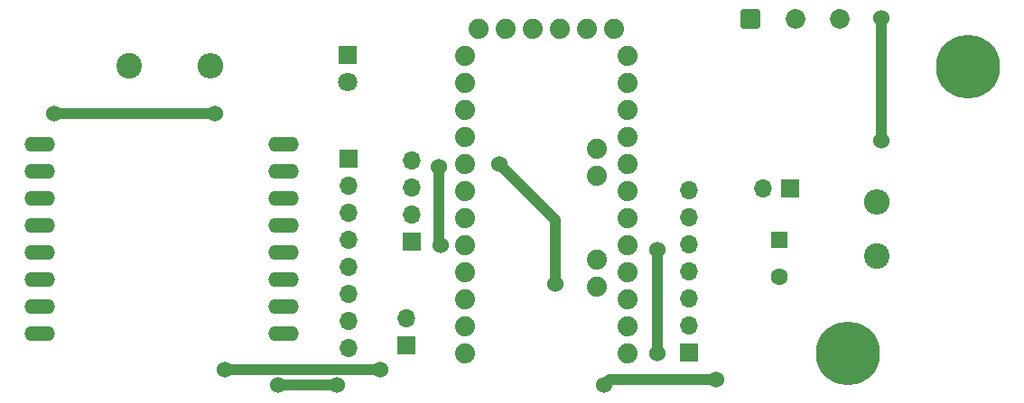
<source format=gbr>
%TF.GenerationSoftware,KiCad,Pcbnew,6.0.4-6f826c9f35~116~ubuntu20.04.1*%
%TF.CreationDate,2022-03-28T20:59:07+02:00*%
%TF.ProjectId,placaCANSAT_V2,706c6163-6143-4414-9e53-41545f56322e,rev?*%
%TF.SameCoordinates,Original*%
%TF.FileFunction,Copper,L1,Top*%
%TF.FilePolarity,Positive*%
%FSLAX46Y46*%
G04 Gerber Fmt 4.6, Leading zero omitted, Abs format (unit mm)*
G04 Created by KiCad (PCBNEW 6.0.4-6f826c9f35~116~ubuntu20.04.1) date 2022-03-28 20:59:07*
%MOMM*%
%LPD*%
G01*
G04 APERTURE LIST*
G04 Aperture macros list*
%AMRoundRect*
0 Rectangle with rounded corners*
0 $1 Rounding radius*
0 $2 $3 $4 $5 $6 $7 $8 $9 X,Y pos of 4 corners*
0 Add a 4 corners polygon primitive as box body*
4,1,4,$2,$3,$4,$5,$6,$7,$8,$9,$2,$3,0*
0 Add four circle primitives for the rounded corners*
1,1,$1+$1,$2,$3*
1,1,$1+$1,$4,$5*
1,1,$1+$1,$6,$7*
1,1,$1+$1,$8,$9*
0 Add four rect primitives between the rounded corners*
20,1,$1+$1,$2,$3,$4,$5,0*
20,1,$1+$1,$4,$5,$6,$7,0*
20,1,$1+$1,$6,$7,$8,$9,0*
20,1,$1+$1,$8,$9,$2,$3,0*%
G04 Aperture macros list end*
%TA.AperFunction,ComponentPad*%
%ADD10R,1.800000X1.800000*%
%TD*%
%TA.AperFunction,ComponentPad*%
%ADD11C,1.800000*%
%TD*%
%TA.AperFunction,ComponentPad*%
%ADD12R,1.700000X1.700000*%
%TD*%
%TA.AperFunction,ComponentPad*%
%ADD13O,1.700000X1.700000*%
%TD*%
%TA.AperFunction,ComponentPad*%
%ADD14O,2.844800X1.422400*%
%TD*%
%TA.AperFunction,ComponentPad*%
%ADD15C,2.400000*%
%TD*%
%TA.AperFunction,ComponentPad*%
%ADD16O,2.400000X2.400000*%
%TD*%
%TA.AperFunction,ComponentPad*%
%ADD17R,1.600000X1.600000*%
%TD*%
%TA.AperFunction,ComponentPad*%
%ADD18C,1.600000*%
%TD*%
%TA.AperFunction,ComponentPad*%
%ADD19C,1.879600*%
%TD*%
%TA.AperFunction,ComponentPad*%
%ADD20RoundRect,0.250000X-0.675000X-0.675000X0.675000X-0.675000X0.675000X0.675000X-0.675000X0.675000X0*%
%TD*%
%TA.AperFunction,ComponentPad*%
%ADD21C,1.850000*%
%TD*%
%TA.AperFunction,ViaPad*%
%ADD22C,6.000000*%
%TD*%
%TA.AperFunction,ViaPad*%
%ADD23C,1.524000*%
%TD*%
%TA.AperFunction,Conductor*%
%ADD24C,1.000000*%
%TD*%
G04 APERTURE END LIST*
D10*
%TO.P,D1,1,K*%
%TO.N,Net-(D1-Pad1)*%
X126500000Y-70500000D03*
D11*
%TO.P,D1,2,A*%
%TO.N,/LED*%
X126500000Y-73040000D03*
%TD*%
D12*
%TO.P,JP1,1,A*%
%TO.N,Net-(C1-Pad1)*%
X168000000Y-83000000D03*
D13*
%TO.P,JP1,2,B*%
%TO.N,3.3V*%
X165460000Y-83000000D03*
%TD*%
D14*
%TO.P,U2,P$1,5V*%
%TO.N,5V*%
X120460175Y-96680979D03*
%TO.P,U2,P$2,GND*%
%TO.N,GND*%
X120460175Y-94140979D03*
%TO.P,U2,P$3,IO12*%
%TO.N,unconnected-(U2-PadP$3)*%
X120460175Y-91600979D03*
%TO.P,U2,P$4,IO13*%
%TO.N,unconnected-(U2-PadP$4)*%
X120460175Y-89060979D03*
%TO.P,U2,P$5,IO15*%
%TO.N,unconnected-(U2-PadP$5)*%
X120460175Y-86520979D03*
%TO.P,U2,P$6,IO14*%
%TO.N,unconnected-(U2-PadP$6)*%
X120460175Y-83980979D03*
%TO.P,U2,P$7,IO2*%
%TO.N,unconnected-(U2-PadP$7)*%
X120460175Y-81440979D03*
%TO.P,U2,P$8,IO4*%
%TO.N,unconnected-(U2-PadP$8)*%
X120460175Y-78900979D03*
%TO.P,U2,P$9,.GND*%
%TO.N,unconnected-(U2-PadP$9)*%
X97600175Y-78900979D03*
%TO.P,U2,P$10,IO1/U0T*%
%TO.N,unconnected-(U2-PadP$10)*%
X97600175Y-81440979D03*
%TO.P,U2,P$11,IO3/U0R*%
%TO.N,/CAMARA*%
X97600175Y-83980979D03*
%TO.P,U2,P$12,3V3.*%
%TO.N,unconnected-(U2-PadP$12)*%
X97600175Y-86520979D03*
%TO.P,U2,P$13,GND.*%
%TO.N,unconnected-(U2-PadP$13)*%
X97600175Y-89060979D03*
%TO.P,U2,P$14,IO0*%
%TO.N,unconnected-(U2-PadP$14)*%
X97600175Y-91600979D03*
%TO.P,U2,P$15,IO16*%
%TO.N,unconnected-(U2-PadP$15)*%
X97600175Y-94140979D03*
%TO.P,U2,P$16,3V3*%
%TO.N,unconnected-(U2-PadP$16)*%
X97600175Y-96680979D03*
%TD*%
D15*
%TO.P,R1,1*%
%TO.N,Net-(D1-Pad1)*%
X105985000Y-71500000D03*
D16*
%TO.P,R1,2*%
%TO.N,GND*%
X113605000Y-71500000D03*
%TD*%
D12*
%TO.P,J4,1,Pin_1*%
%TO.N,/SDA_ACE*%
X132000000Y-97775000D03*
D13*
%TO.P,J4,2,Pin_2*%
%TO.N,/SCL_ACE*%
X132000000Y-95235000D03*
%TD*%
D17*
%TO.P,C1,1*%
%TO.N,Net-(C1-Pad1)*%
X167000000Y-87847349D03*
D18*
%TO.P,C1,2*%
%TO.N,GND*%
X167000000Y-91347349D03*
%TD*%
D15*
%TO.P,SW1,1,A*%
%TO.N,Net-(C1-Pad1)*%
X176069878Y-89366348D03*
D16*
%TO.P,SW1,2,B*%
%TO.N,3.7V*%
X176069878Y-84286348D03*
%TD*%
D12*
%TO.P,J2,1,Pin_1*%
%TO.N,GND*%
X158500000Y-98442476D03*
D13*
%TO.P,J2,2,Pin_2*%
%TO.N,/MOSI*%
X158500000Y-95902476D03*
%TO.P,J2,3,Pin_3*%
%TO.N,/MISO*%
X158500000Y-93362476D03*
%TO.P,J2,4,Pin_4*%
%TO.N,/SCK*%
X158500000Y-90822476D03*
%TO.P,J2,5,Pin_5*%
%TO.N,NSS*%
X158500000Y-88282476D03*
%TO.P,J2,6,Pin_6*%
%TO.N,DIO0*%
X158500000Y-85742476D03*
%TO.P,J2,7,Pin_7*%
%TO.N,3.3V*%
X158500000Y-83202476D03*
%TD*%
D12*
%TO.P,ACELEROMETRO,1,VCCIN*%
%TO.N,unconnected-(U3-Pad1)*%
X126580833Y-80234890D03*
D13*
%TO.P,ACELEROMETRO,2,3.3V*%
%TO.N,3.3V*%
X126580833Y-82774890D03*
%TO.P,ACELEROMETRO,3,GND*%
%TO.N,GND*%
X126580833Y-85314890D03*
%TO.P,ACELEROMETRO,4,SCL*%
%TO.N,/SCL_ACE*%
X126580833Y-87854890D03*
%TO.P,ACELEROMETRO,5,SDA*%
%TO.N,/SDA_ACE*%
X126580833Y-90394890D03*
%TO.P,ACELEROMETRO,6,FSYNC*%
%TO.N,unconnected-(U3-Pad6)*%
X126580833Y-92934890D03*
%TO.P,ACELEROMETRO,7,INTA*%
%TO.N,unconnected-(U3-Pad7)*%
X126580833Y-95474890D03*
%TO.P,ACELEROMETRO,8,DRDY*%
%TO.N,unconnected-(U3-Pad8)*%
X126580833Y-98014890D03*
%TD*%
D12*
%TO.P,GPS,1,GND*%
%TO.N,GND*%
X132500000Y-88040000D03*
D13*
%TO.P,GPS,2,TX*%
%TO.N,/GPS_TX*%
X132500000Y-85500000D03*
%TO.P,GPS,3,RX*%
%TO.N,/GPS_RX*%
X132500000Y-82960000D03*
%TO.P,GPS,4,VCC*%
%TO.N,3.3V*%
X132500000Y-80420000D03*
%TD*%
D19*
%TO.P,Arduino pro Mini,JP1_1,DTR*%
%TO.N,unconnected-(U1-PadJP1_1)*%
X151504119Y-68014597D03*
%TO.P,Arduino pro Mini,JP1_2,TXO*%
%TO.N,unconnected-(U1-PadJP1_2)*%
X148964119Y-68014597D03*
%TO.P,Arduino pro Mini,JP1_3,RXI*%
%TO.N,unconnected-(U1-PadJP1_3)*%
X146424119Y-68014597D03*
%TO.P,Arduino pro Mini,JP1_4,VCC*%
%TO.N,unconnected-(U1-PadJP1_4)*%
X143884119Y-68014597D03*
%TO.P,Arduino pro Mini,JP1_5,GND*%
%TO.N,GND*%
X141344119Y-68014597D03*
%TO.P,Arduino pro Mini,JP1_6,GND*%
X138804119Y-68014597D03*
%TO.P,Arduino pro Mini,JP2_1,A4*%
%TO.N,unconnected-(U1-PadJP2_1)*%
X149853119Y-81857597D03*
%TO.P,Arduino pro Mini,JP2_2,A5*%
%TO.N,unconnected-(U1-PadJP2_2)*%
X149853119Y-79317597D03*
%TO.P,Arduino pro Mini,JP3_1,A6*%
%TO.N,unconnected-(U1-PadJP3_1)*%
X149853119Y-92271597D03*
%TO.P,Arduino pro Mini,JP3_2,A7*%
%TO.N,unconnected-(U1-PadJP3_2)*%
X149853119Y-89731597D03*
%TO.P,Arduino pro Mini,JP6_1,RAW*%
%TO.N,unconnected-(U1-PadJP6_1)*%
X152774119Y-70554597D03*
%TO.P,Arduino pro Mini,JP6_2,GND_1*%
%TO.N,GND*%
X152774119Y-73094597D03*
%TO.P,Arduino pro Mini,JP6_3,RST_1*%
%TO.N,unconnected-(U1-PadJP6_3)*%
X152774119Y-75634597D03*
%TO.P,Arduino pro Mini,JP6_4,VCC_1*%
%TO.N,3.3V*%
X152774119Y-78174597D03*
%TO.P,Arduino pro Mini,JP6_5,A3*%
%TO.N,unconnected-(U1-PadJP6_5)*%
X152774119Y-80714597D03*
%TO.P,Arduino pro Mini,JP6_6,A2*%
%TO.N,unconnected-(U1-PadJP6_6)*%
X152774119Y-83254597D03*
%TO.P,Arduino pro Mini,JP6_7,A1*%
%TO.N,unconnected-(U1-PadJP6_7)*%
X152774119Y-85794597D03*
%TO.P,Arduino pro Mini,JP6_8,A0*%
%TO.N,unconnected-(U1-PadJP6_8)*%
X152774119Y-88334597D03*
%TO.P,Arduino pro Mini,JP6_9,SCK*%
%TO.N,/SCK*%
X152774119Y-90874597D03*
%TO.P,Arduino pro Mini,JP6_10,MISO*%
%TO.N,/MISO*%
X152774119Y-93414597D03*
%TO.P,Arduino pro Mini,JP6_11,MOSI*%
%TO.N,/MOSI*%
X152774119Y-95954597D03*
%TO.P,Arduino pro Mini,JP6_12,D10*%
%TO.N,NSS*%
X152774119Y-98494597D03*
%TO.P,Arduino pro Mini,JP7_1,D9*%
%TO.N,unconnected-(U1-PadJP7_1)*%
X137534119Y-98494597D03*
%TO.P,Arduino pro Mini,JP7_2,D8*%
%TO.N,unconnected-(U1-PadJP7_2)*%
X137534119Y-95954597D03*
%TO.P,Arduino pro Mini,JP7_3,D7*%
%TO.N,unconnected-(U1-PadJP7_3)*%
X137534119Y-93414597D03*
%TO.P,Arduino pro Mini,JP7_4,D6*%
%TO.N,/CAMARA*%
X137534119Y-90874597D03*
%TO.P,Arduino pro Mini,JP7_5,D5*%
%TO.N,/LED*%
X137534119Y-88334597D03*
%TO.P,Arduino pro Mini,JP7_6,D4*%
%TO.N,/GPS_TX*%
X137534119Y-85794597D03*
%TO.P,Arduino pro Mini,JP7_7,D3*%
%TO.N,/GPS_RX*%
X137534119Y-83254597D03*
%TO.P,Arduino pro Mini,JP7_8,D2*%
%TO.N,DIO0*%
X137534119Y-80714597D03*
%TO.P,Arduino pro Mini,JP7_9,GND_2*%
%TO.N,GND*%
X137534119Y-78174597D03*
%TO.P,Arduino pro Mini,JP7_10,RST_2*%
%TO.N,unconnected-(U1-PadJP7_10)*%
X137534119Y-75634597D03*
%TO.P,Arduino pro Mini,JP7_11,RXI_2*%
%TO.N,unconnected-(U1-PadJP7_11)*%
X137534119Y-73094597D03*
%TO.P,Arduino pro Mini,JP7_12,TXO_2*%
%TO.N,unconnected-(U1-PadJP7_12)*%
X137534119Y-70554597D03*
%TD*%
D20*
%TO.P,Carg1,1,Pin_1*%
%TO.N,GND*%
X164246624Y-67091166D03*
D21*
%TO.P,Carg1,2,Pin_2*%
%TO.N,5V*%
X168446624Y-67091166D03*
%TO.P,Carg1,3,Pin_3*%
%TO.N,Net-(C1-Pad1)*%
X172646624Y-67091166D03*
%TD*%
D22*
%TO.N,*%
X184650000Y-71570000D03*
X173400000Y-98530000D03*
D23*
%TO.N,Net-(C1-Pad1)*%
X176500000Y-67000000D03*
X176500000Y-78500000D03*
%TO.N,/LED*%
X135165403Y-88334597D03*
X135000000Y-81000000D03*
%TO.N,/CAMARA*%
X129500000Y-100000000D03*
X115000000Y-100000000D03*
%TO.N,3.3V*%
X125500000Y-101500000D03*
X99000000Y-76000000D03*
X114000000Y-76000000D03*
X120000000Y-101500000D03*
%TO.N,NSS*%
X155494597Y-98494597D03*
X155545075Y-88781242D03*
%TO.N,DIO0*%
X146000000Y-92000000D03*
X161000000Y-101000000D03*
X140714597Y-80714597D03*
X150500000Y-101500000D03*
%TD*%
D24*
%TO.N,Net-(C1-Pad1)*%
X176500000Y-67000000D02*
X176500000Y-78500000D01*
%TO.N,/LED*%
X135000000Y-81000000D02*
X135000000Y-88169194D01*
X135000000Y-88169194D02*
X135165403Y-88334597D01*
%TO.N,/CAMARA*%
X115000000Y-100000000D02*
X129500000Y-100000000D01*
%TO.N,3.3V*%
X114000000Y-76000000D02*
X99000000Y-76000000D01*
X125500000Y-101500000D02*
X120000000Y-101500000D01*
%TO.N,NSS*%
X155545075Y-98444119D02*
X155494597Y-98494597D01*
X155545075Y-88781242D02*
X155545075Y-98444119D01*
%TO.N,DIO0*%
X140714597Y-80714597D02*
X146000000Y-86000000D01*
X161000000Y-101000000D02*
X151000000Y-101000000D01*
X151000000Y-101000000D02*
X150500000Y-101500000D01*
X146000000Y-86000000D02*
X146000000Y-92000000D01*
%TD*%
M02*

</source>
